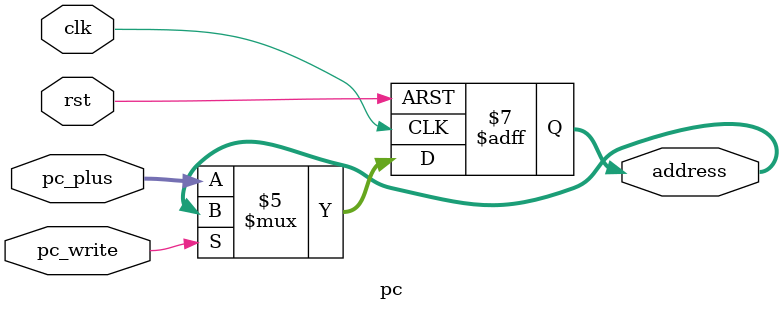
<source format=v>
module pc #(parameter DATA_WIDTH = 16)(
	input [DATA_WIDTH-1:0] pc_plus, 
	input clk, pc_write, rst,
	output reg [DATA_WIDTH-1:0] address);

always@(posedge clk, negedge rst)
begin
	if(!rst)
		address <= 0;
	else if(!pc_write)
		address <= pc_plus;
	else
		address <= address; //stall
end
endmodule
</source>
